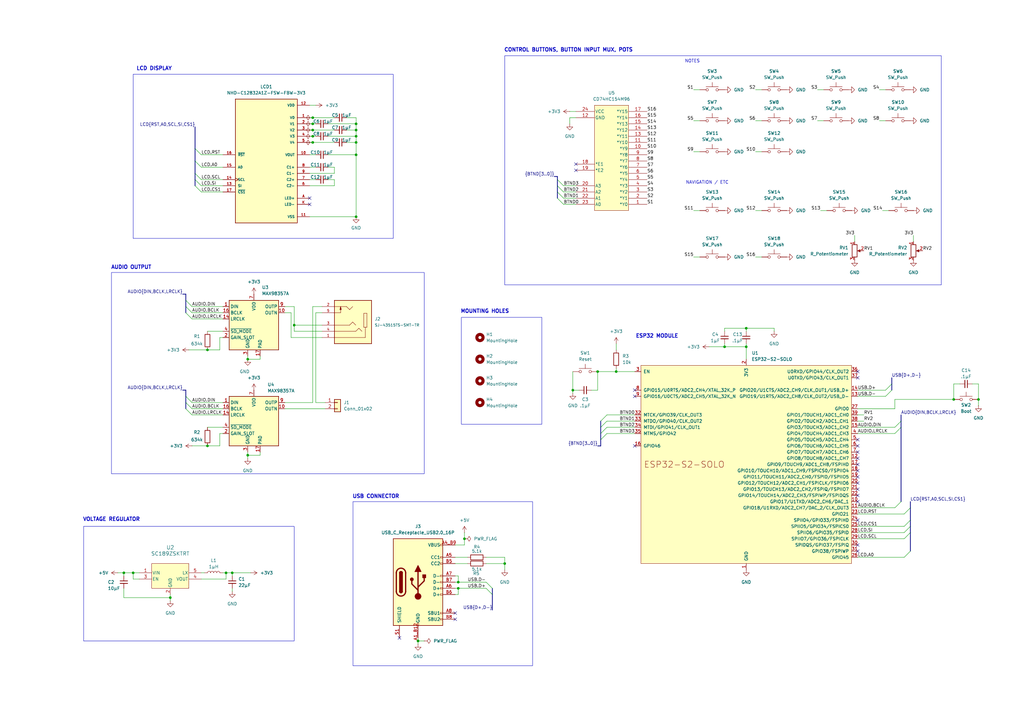
<source format=kicad_sch>
(kicad_sch (version 20231120) (generator "eeschema") (generator_version "8.0")
  (paper "A3")
  (junction (at 207.01 231.14))
  (junction (at 146.05 63.5))
  (junction (at 245.11 152.4))
  (junction (at 146.05 55.88))
  (junction (at 190.5 220.98))
  (junction (at 128.27 50.8))
  (junction (at 252.73 152.4))
  (junction (at 54.61 234.95))
  (junction (at 234.95 160.02))
  (junction (at 187.96 241.3))
  (junction (at 297.18 142.24))
  (junction (at 101.6 186.69))
  (junction (at 128.27 55.88))
  (junction (at 85.09 182.88))
  (junction (at 187.96 238.76))
  (junction (at 50.8 234.95))
  (junction (at 146.05 88.9))
  (junction (at 171.45 262.89))
  (junction (at 391.16 163.83))
  (junction (at 69.85 245.11))
  (junction (at 85.09 143.51))
  (junction (at 306.07 134.62))
  (junction (at 401.32 163.83))
  (junction (at 306.07 142.24))
  (junction (at 128.27 48.26))
  (junction (at 146.05 50.8))
  (junction (at 120.65 133.35))
  (junction (at 146.05 53.34))
  (junction (at 146.05 58.42))
  (junction (at 95.25 234.95))
  (junction (at 101.6 147.32))
  (junction (at 128.27 53.34))
  (junction (at 128.27 58.42))
  (junction (at 92.71 234.95))
  (no_connect (at 127 81.28))
  (no_connect (at 236.22 69.85))
  (no_connect (at 351.79 200.66))
  (no_connect (at 260.35 182.88))
  (no_connect (at 186.69 254))
  (no_connect (at 351.79 187.96))
  (no_connect (at 351.79 190.5))
  (no_connect (at 260.35 162.56))
  (no_connect (at 351.79 223.52))
  (no_connect (at 127 83.82))
  (no_connect (at 163.83 261.62))
  (no_connect (at 351.79 193.04))
  (no_connect (at 351.79 205.74))
  (no_connect (at 351.79 185.42))
  (no_connect (at 351.79 203.2))
  (no_connect (at 351.79 180.34))
  (no_connect (at 351.79 182.88))
  (no_connect (at 351.79 154.94))
  (no_connect (at 236.22 67.31))
  (no_connect (at 351.79 226.06))
  (no_connect (at 186.69 251.46))
  (no_connect (at 351.79 198.12))
  (no_connect (at 351.79 152.4))
  (no_connect (at 351.79 213.36))
  (no_connect (at 260.35 160.02))
  (no_connect (at 351.79 195.58))
  (bus_entry (at 228.6 78.74) (size 2.54 2.54))
  (bus_entry (at 82.55 76.2) (size -2.54 -2.54))
  (bus_entry (at 82.55 78.74) (size -2.54 -2.54))
  (bus_entry (at 76.2 123.19) (size 2.54 2.54))
  (bus_entry (at 365.76 157.48) (size -2.54 2.54))
  (bus_entry (at 199.39 238.76) (size 2.54 2.54))
  (bus_entry (at 370.84 215.9) (size 2.54 -2.54))
  (bus_entry (at 76.2 167.64) (size 2.54 2.54))
  (bus_entry (at 228.6 73.66) (size 2.54 2.54))
  (bus_entry (at 367.03 208.28) (size 2.54 -2.54))
  (bus_entry (at 370.84 218.44) (size 2.54 -2.54))
  (bus_entry (at 373.38 218.44) (size -2.54 2.54))
  (bus_entry (at 80.01 66.04) (size 2.54 2.54))
  (bus_entry (at 82.55 63.5) (size -2.54 -2.54))
  (bus_entry (at 246.38 180.34) (size 2.54 -2.54))
  (bus_entry (at 199.39 241.3) (size 2.54 2.54))
  (bus_entry (at 370.84 210.82) (size 2.54 -2.54))
  (bus_entry (at 76.2 165.1) (size 2.54 2.54))
  (bus_entry (at 367.03 175.26) (size 2.54 -2.54))
  (bus_entry (at 228.6 76.2) (size 2.54 2.54))
  (bus_entry (at 246.38 177.8) (size 2.54 -2.54))
  (bus_entry (at 76.2 128.27) (size 2.54 2.54))
  (bus_entry (at 365.76 160.02) (size -2.54 2.54))
  (bus_entry (at 246.38 172.72) (size 2.54 -2.54))
  (bus_entry (at 76.2 125.73) (size 2.54 2.54))
  (bus_entry (at 76.2 162.56) (size 2.54 2.54))
  (bus_entry (at 82.55 73.66) (size -2.54 -2.54))
  (bus_entry (at 370.84 228.6) (size 2.54 -2.54))
  (bus_entry (at 367.03 177.8) (size 2.54 -2.54))
  (bus_entry (at 246.38 175.26) (size 2.54 -2.54))
  (bus_entry (at 228.6 81.28) (size 2.54 2.54))
  (wire (pts (xy 231.14 78.74) (xy 236.22 78.74)))
  (wire (pts (xy 57.15 237.49) (xy 54.61 237.49)))
  (wire (pts (xy 350.52 96.52) (xy 350.52 99.06)))
  (bus (pts (xy 373.38 208.28) (xy 373.38 213.36)))
  (wire (pts (xy 231.14 76.2) (xy 236.22 76.2)))
  (wire (pts (xy 233.68 45.72) (xy 236.22 45.72)))
  (wire (pts (xy 354.33 170.18) (xy 351.79 170.18)))
  (wire (pts (xy 106.68 185.42) (xy 106.68 186.69)))
  (wire (pts (xy 231.14 83.82) (xy 236.22 83.82)))
  (bus (pts (xy 76.2 120.65) (xy 76.2 123.19)))
  (wire (pts (xy 146.05 50.8) (xy 146.05 53.34)))
  (bus (pts (xy 246.38 182.88) (xy 246.38 180.34)))
  (wire (pts (xy 398.78 157.48) (xy 401.32 157.48)))
  (wire (pts (xy 127 73.66) (xy 129.54 73.66)))
  (wire (pts (xy 82.55 234.95) (xy 83.82 234.95)))
  (wire (pts (xy 351.79 160.02) (xy 363.22 160.02)))
  (wire (pts (xy 127 55.88) (xy 128.27 55.88)))
  (wire (pts (xy 351.79 228.6) (xy 370.84 228.6)))
  (wire (pts (xy 120.65 135.89) (xy 120.65 133.35)))
  (wire (pts (xy 187.96 241.3) (xy 199.39 241.3)))
  (wire (pts (xy 106.68 147.32) (xy 101.6 147.32)))
  (bus (pts (xy 369.57 175.26) (xy 369.57 205.74)))
  (wire (pts (xy 120.65 135.89) (xy 132.08 135.89)))
  (wire (pts (xy 119.38 138.43) (xy 132.08 138.43)))
  (wire (pts (xy 309.88 105.41) (xy 312.42 105.41)))
  (wire (pts (xy 309.88 62.23) (xy 312.42 62.23)))
  (wire (pts (xy 128.27 53.34) (xy 137.16 53.34)))
  (bus (pts (xy 228.6 78.74) (xy 228.6 81.28)))
  (bus (pts (xy 76.2 162.56) (xy 76.2 165.1)))
  (wire (pts (xy 92.71 234.95) (xy 95.25 234.95)))
  (wire (pts (xy 127 76.2) (xy 137.16 76.2)))
  (wire (pts (xy 92.71 234.95) (xy 91.44 234.95)))
  (wire (pts (xy 82.55 68.58) (xy 91.44 68.58)))
  (wire (pts (xy 393.7 157.48) (xy 391.16 157.48)))
  (wire (pts (xy 146.05 55.88) (xy 146.05 58.42)))
  (wire (pts (xy 351.79 215.9) (xy 370.84 215.9)))
  (wire (pts (xy 142.24 58.42) (xy 146.05 58.42)))
  (wire (pts (xy 90.17 138.43) (xy 91.44 138.43)))
  (wire (pts (xy 50.8 241.3) (xy 50.8 245.11)))
  (wire (pts (xy 187.96 238.76) (xy 199.39 238.76)))
  (wire (pts (xy 120.65 133.35) (xy 132.08 133.35)))
  (wire (pts (xy 106.68 146.05) (xy 106.68 147.32)))
  (wire (pts (xy 351.79 177.8) (xy 367.03 177.8)))
  (bus (pts (xy 76.2 125.73) (xy 76.2 128.27)))
  (wire (pts (xy 134.62 63.5) (xy 146.05 63.5)))
  (wire (pts (xy 127 63.5) (xy 129.54 63.5)))
  (wire (pts (xy 252.73 152.4) (xy 260.35 152.4)))
  (wire (pts (xy 233.68 48.26) (xy 236.22 48.26)))
  (wire (pts (xy 252.73 140.97) (xy 252.73 143.51)))
  (wire (pts (xy 207.01 228.6) (xy 207.01 231.14)))
  (wire (pts (xy 95.25 241.3) (xy 95.25 242.57)))
  (wire (pts (xy 82.55 63.5) (xy 91.44 63.5)))
  (wire (pts (xy 116.84 125.73) (xy 120.65 125.73)))
  (wire (pts (xy 351.79 218.44) (xy 370.84 218.44)))
  (wire (pts (xy 128.27 58.42) (xy 137.16 58.42)))
  (wire (pts (xy 248.92 170.18) (xy 260.35 170.18)))
  (wire (pts (xy 128.27 48.26) (xy 137.16 48.26)))
  (wire (pts (xy 374.65 96.52) (xy 374.65 99.06)))
  (wire (pts (xy 78.74 170.18) (xy 91.44 170.18)))
  (wire (pts (xy 284.48 105.41) (xy 287.02 105.41)))
  (wire (pts (xy 367.03 167.64) (xy 367.03 163.83)))
  (wire (pts (xy 284.48 36.83) (xy 287.02 36.83)))
  (wire (pts (xy 242.57 160.02) (xy 245.11 160.02)))
  (wire (pts (xy 297.18 134.62) (xy 306.07 134.62)))
  (wire (pts (xy 95.25 236.22) (xy 95.25 234.95)))
  (wire (pts (xy 186.69 236.22) (xy 187.96 236.22)))
  (wire (pts (xy 85.09 143.51) (xy 90.17 143.51)))
  (wire (pts (xy 101.6 185.42) (xy 101.6 186.69)))
  (wire (pts (xy 95.25 234.95) (xy 102.87 234.95)))
  (wire (pts (xy 85.09 182.88) (xy 90.17 182.88)))
  (wire (pts (xy 82.55 237.49) (xy 92.71 237.49)))
  (wire (pts (xy 186.69 223.52) (xy 190.5 223.52)))
  (wire (pts (xy 233.68 50.8) (xy 233.68 48.26)))
  (wire (pts (xy 335.28 36.83) (xy 337.82 36.83)))
  (wire (pts (xy 237.49 160.02) (xy 234.95 160.02)))
  (bus (pts (xy 246.38 175.26) (xy 246.38 172.72)))
  (wire (pts (xy 248.92 172.72) (xy 260.35 172.72)))
  (wire (pts (xy 69.85 245.11) (xy 69.85 246.38)))
  (wire (pts (xy 284.48 49.53) (xy 287.02 49.53)))
  (wire (pts (xy 186.69 243.84) (xy 187.96 243.84)))
  (wire (pts (xy 82.55 78.74) (xy 91.44 78.74)))
  (wire (pts (xy 171.45 262.89) (xy 173.99 262.89)))
  (wire (pts (xy 128.27 165.1) (xy 128.27 125.73)))
  (wire (pts (xy 360.68 36.83) (xy 363.22 36.83)))
  (wire (pts (xy 354.33 172.72) (xy 351.79 172.72)))
  (wire (pts (xy 306.07 134.62) (xy 306.07 135.89)))
  (bus (pts (xy 76.2 165.1) (xy 76.2 167.64)))
  (wire (pts (xy 190.5 223.52) (xy 190.5 220.98)))
  (wire (pts (xy 234.95 152.4) (xy 234.95 160.02)))
  (wire (pts (xy 101.6 186.69) (xy 101.6 187.96)))
  (wire (pts (xy 351.79 162.56) (xy 363.22 162.56)))
  (wire (pts (xy 361.95 86.36) (xy 364.49 86.36)))
  (wire (pts (xy 132.08 128.27) (xy 129.54 128.27)))
  (wire (pts (xy 127 50.8) (xy 128.27 50.8)))
  (wire (pts (xy 284.48 62.23) (xy 287.02 62.23)))
  (wire (pts (xy 137.16 73.66) (xy 134.62 73.66)))
  (wire (pts (xy 127 48.26) (xy 128.27 48.26)))
  (bus (pts (xy 80.01 66.04) (xy 80.01 71.12)))
  (wire (pts (xy 134.62 50.8) (xy 146.05 50.8)))
  (bus (pts (xy 228.6 73.66) (xy 228.6 76.2)))
  (wire (pts (xy 129.54 128.27) (xy 129.54 165.1)))
  (wire (pts (xy 106.68 186.69) (xy 101.6 186.69)))
  (wire (pts (xy 146.05 58.42) (xy 146.05 63.5)))
  (wire (pts (xy 54.61 234.95) (xy 57.15 234.95)))
  (wire (pts (xy 82.55 76.2) (xy 91.44 76.2)))
  (bus (pts (xy 373.38 205.74) (xy 373.38 208.28)))
  (wire (pts (xy 146.05 48.26) (xy 146.05 50.8)))
  (bus (pts (xy 74.93 120.65) (xy 76.2 120.65)))
  (wire (pts (xy 127 58.42) (xy 128.27 58.42)))
  (wire (pts (xy 142.24 48.26) (xy 146.05 48.26)))
  (bus (pts (xy 369.57 170.18) (xy 369.57 172.72)))
  (wire (pts (xy 234.95 160.02) (xy 234.95 161.29)))
  (bus (pts (xy 365.76 157.48) (xy 365.76 160.02)))
  (wire (pts (xy 360.68 49.53) (xy 363.22 49.53)))
  (wire (pts (xy 171.45 262.89) (xy 171.45 264.16)))
  (wire (pts (xy 297.18 140.97) (xy 297.18 142.24)))
  (wire (pts (xy 186.69 241.3) (xy 187.96 241.3)))
  (wire (pts (xy 351.79 208.28) (xy 367.03 208.28)))
  (wire (pts (xy 245.11 152.4) (xy 252.73 152.4)))
  (wire (pts (xy 171.45 261.62) (xy 171.45 262.89)))
  (wire (pts (xy 284.48 86.36) (xy 287.02 86.36)))
  (bus (pts (xy 246.38 180.34) (xy 246.38 177.8)))
  (wire (pts (xy 85.09 175.26) (xy 91.44 175.26)))
  (wire (pts (xy 78.74 125.73) (xy 91.44 125.73)))
  (wire (pts (xy 351.79 175.26) (xy 367.03 175.26)))
  (wire (pts (xy 50.8 234.95) (xy 54.61 234.95)))
  (bus (pts (xy 245.11 182.88) (xy 246.38 182.88)))
  (wire (pts (xy 309.88 36.83) (xy 312.42 36.83)))
  (wire (pts (xy 128.27 125.73) (xy 132.08 125.73)))
  (wire (pts (xy 351.79 167.64) (xy 367.03 167.64)))
  (wire (pts (xy 186.69 231.14) (xy 191.77 231.14)))
  (wire (pts (xy 187.96 236.22) (xy 187.96 238.76)))
  (bus (pts (xy 228.6 76.2) (xy 228.6 78.74)))
  (wire (pts (xy 50.8 236.22) (xy 50.8 234.95)))
  (wire (pts (xy 309.88 49.53) (xy 312.42 49.53)))
  (wire (pts (xy 142.24 53.34) (xy 146.05 53.34)))
  (wire (pts (xy 231.14 81.28) (xy 236.22 81.28)))
  (bus (pts (xy 246.38 177.8) (xy 246.38 175.26)))
  (wire (pts (xy 401.32 163.83) (xy 401.32 166.37)))
  (wire (pts (xy 129.54 165.1) (xy 133.35 165.1)))
  (wire (pts (xy 146.05 63.5) (xy 146.05 88.9)))
  (wire (pts (xy 54.61 234.95) (xy 54.61 237.49)))
  (wire (pts (xy 127 43.18) (xy 129.54 43.18)))
  (wire (pts (xy 101.6 147.32) (xy 101.6 146.05)))
  (wire (pts (xy 128.27 50.8) (xy 129.54 50.8)))
  (wire (pts (xy 134.62 55.88) (xy 146.05 55.88)))
  (bus (pts (xy 373.38 215.9) (xy 373.38 213.36)))
  (wire (pts (xy 297.18 142.24) (xy 306.07 142.24)))
  (bus (pts (xy 80.01 71.12) (xy 80.01 73.66)))
  (wire (pts (xy 116.84 165.1) (xy 128.27 165.1)))
  (bus (pts (xy 373.38 218.44) (xy 373.38 226.06)))
  (wire (pts (xy 50.8 245.11) (xy 69.85 245.11)))
  (wire (pts (xy 248.92 177.8) (xy 260.35 177.8)))
  (wire (pts (xy 146.05 53.34) (xy 146.05 55.88)))
  (wire (pts (xy 186.69 238.76) (xy 187.96 238.76)))
  (wire (pts (xy 119.38 128.27) (xy 119.38 138.43)))
  (bus (pts (xy 228.6 72.39) (xy 228.6 73.66)))
  (wire (pts (xy 120.65 125.73) (xy 120.65 133.35)))
  (wire (pts (xy 127 71.12) (xy 137.16 71.12)))
  (wire (pts (xy 92.71 234.95) (xy 92.71 237.49)))
  (wire (pts (xy 297.18 134.62) (xy 297.18 135.89)))
  (wire (pts (xy 306.07 134.62) (xy 317.5 134.62)))
  (wire (pts (xy 351.79 220.98) (xy 370.84 220.98)))
  (bus (pts (xy 80.01 73.66) (xy 80.01 76.2)))
  (wire (pts (xy 78.74 165.1) (xy 91.44 165.1)))
  (wire (pts (xy 82.55 73.66) (xy 91.44 73.66)))
  (bus (pts (xy 201.93 241.3) (xy 201.93 243.84)))
  (wire (pts (xy 317.5 134.62) (xy 317.5 135.89)))
  (wire (pts (xy 186.69 228.6) (xy 191.77 228.6)))
  (wire (pts (xy 85.09 182.88) (xy 78.74 182.88)))
  (wire (pts (xy 90.17 177.8) (xy 91.44 177.8)))
  (wire (pts (xy 116.84 167.64) (xy 133.35 167.64)))
  (wire (pts (xy 187.96 243.84) (xy 187.96 241.3)))
  (wire (pts (xy 190.5 220.98) (xy 190.5 218.44)))
  (wire (pts (xy 290.83 142.24) (xy 297.18 142.24)))
  (wire (pts (xy 69.85 243.84) (xy 69.85 245.11)))
  (bus (pts (xy 80.01 52.07) (xy 80.01 60.96)))
  (wire (pts (xy 306.07 140.97) (xy 306.07 142.24)))
  (wire (pts (xy 48.26 234.95) (xy 50.8 234.95)))
  (wire (pts (xy 306.07 142.24) (xy 306.07 147.32)))
  (wire (pts (xy 78.74 167.64) (xy 91.44 167.64)))
  (bus (pts (xy 76.2 160.02) (xy 76.2 162.56)))
  (wire (pts (xy 137.16 71.12) (xy 137.16 68.58)))
  (wire (pts (xy 116.84 128.27) (xy 119.38 128.27)))
  (wire (pts (xy 78.74 130.81) (xy 91.44 130.81)))
  (wire (pts (xy 127 68.58) (xy 129.54 68.58)))
  (wire (pts (xy 137.16 68.58) (xy 134.62 68.58)))
  (wire (pts (xy 199.39 231.14) (xy 207.01 231.14)))
  (wire (pts (xy 309.88 86.36) (xy 312.42 86.36)))
  (bus (pts (xy 80.01 60.96) (xy 80.01 66.04)))
  (bus (pts (xy 201.93 243.84) (xy 201.93 250.19)))
  (wire (pts (xy 77.47 143.51) (xy 85.09 143.51)))
  (bus (pts (xy 76.2 123.19) (xy 76.2 125.73)))
  (wire (pts (xy 252.73 151.13) (xy 252.73 152.4)))
  (wire (pts (xy 335.28 49.53) (xy 337.82 49.53)))
  (wire (pts (xy 367.03 163.83) (xy 391.16 163.83)))
  (wire (pts (xy 90.17 143.51) (xy 90.17 138.43)))
  (wire (pts (xy 128.27 55.88) (xy 129.54 55.88)))
  (bus (pts (xy 369.57 172.72) (xy 369.57 175.26)))
  (bus (pts (xy 365.76 154.94) (xy 365.76 157.48)))
  (bus (pts (xy 74.93 160.02) (xy 76.2 160.02)))
  (wire (pts (xy 248.92 175.26) (xy 260.35 175.26)))
  (wire (pts (xy 245.11 160.02) (xy 245.11 152.4)))
  (bus (pts (xy 373.38 218.44) (xy 373.38 215.9)))
  (wire (pts (xy 85.09 135.89) (xy 91.44 135.89)))
  (wire (pts (xy 78.74 128.27) (xy 91.44 128.27)))
  (wire (pts (xy 207.01 231.14) (xy 207.01 233.68)))
  (wire (pts (xy 336.55 86.36) (xy 339.09 86.36)))
  (wire (pts (xy 199.39 228.6) (xy 207.01 228.6)))
  (wire (pts (xy 90.17 177.8) (xy 90.17 182.88)))
  (wire (pts (xy 401.32 157.48) (xy 401.32 163.83)))
  (wire (pts (xy 127 53.34) (xy 128.27 53.34)))
  (wire (pts (xy 391.16 157.48) (xy 391.16 163.83)))
  (wire (pts (xy 351.79 210.82) (xy 370.84 210.82)))
  (bus (pts (xy 227.33 72.39) (xy 228.6 72.39)))
  (wire (pts (xy 137.16 76.2) (xy 137.16 73.66)))
  (wire (pts (xy 146.05 88.9) (xy 127 88.9)))
  (rectangle (start 144.78 205.74) (end 218.44 273.05))
  (rectangle (start 189.23 130.175) (end 222.25 173.99))
  (rectangle (start 34.29 215.9) (end 120.65 262.89))
  (rectangle (start 45.72 111.76) (end 173.99 194.31))
  (rectangle (start 207.01 22.86) (end 386.08 116.84))
  (rectangle (start 54.61 30.48) (end 161.29 97.79))
  (text "VOLTAGE REGULATOR" (at 45.72 213.106 0) (effects (font (size 1.5 1.5) (thickness 0.3) (bold yes))))
  (text "CONTROL BUTTONS, BUTTON INPUT MUX, POTS" (at 233.172 20.574 0) (effects (font (size 1.5 1.5) (bold yes))))
  (text "AUDIO OUTPUT" (at 53.848 109.728 0) (effects (font (size 1.5 1.5) (thickness 0.3) (bold yes))))
  (text "MOUNTING HOLES" (at 198.882 127.762 0) (effects (font (size 1.5 1.5) (thickness 0.3) (bold yes))))
  (text "USB CONNECTOR" (at 154.178 203.708 0) (effects (font (size 1.5 1.5) (thickness 0.3) (bold yes))))
  (text "NOTES" (at 283.972 25.146 0) (effects (font (size 1.27 1.27))))
  (text "ESP32 MODULE" (at 269.494 137.922 0) (effects (font (size 1.5 1.5) (thickness 0.3) (bold yes))))
  (text "NAVIGATION / ETC" (at 290.068 74.93 0) (effects (font (size 1.27 1.27))))
  (text "LCD DISPLAY" (at 63.246 28.194 0) (effects (font (size 1.5 1.5) (bold yes))))
  (label "S4" (at 265.43 76.2 0))
  (label "USB.D-" (at 191.77 238.76 0))
  (label "S5" (at 265.43 73.66 0))
  (label "BTND1" (at 260.35 172.72 180))
  (label "S1" (at 265.43 83.82 0))
  (label "BTND3" (at 231.14 76.2 0))
  (label "S8" (at 265.43 66.04 0))
  (label "S6" (at 309.88 49.53 180))
  (label "S2" (at 265.43 81.28 0))
  (label "S3" (at 265.43 78.74 0))
  (label "RV2" (at 378.46 102.87 0))
  (label "AUDIO.BCLK" (at 78.74 167.64 0))
  (label "RV2" (at 354.33 172.72 0))
  (label "LCD.RST" (at 351.79 210.82 0))
  (label "S4" (at 360.68 36.83 180))
  (label "S12" (at 309.88 86.36 180))
  (label "S9" (at 284.48 62.23 180))
  (label "S1" (at 284.48 36.83 180))
  (label "S3" (at 335.28 36.83 180))
  (label "LCD.A0" (at 82.55 68.58 0))
  (label "USB{D+,D-}" (at 365.76 154.94 0))
  (label "USB.D-" (at 351.79 162.56 0))
  (label "LCD.SCL" (at 351.79 220.98 0))
  (label "LCD.CS1" (at 351.79 215.9 0))
  (label "BTND2" (at 260.35 175.26 180))
  (label "AUDIO.DIN" (at 78.74 125.73 0))
  (label "S11" (at 265.43 58.42 0))
  (label "S8" (at 360.68 49.53 180))
  (label "LCD.CS1" (at 82.55 78.74 0))
  (label "{BTND[3..0]}" (at 227.33 72.39 180))
  (label "S16" (at 309.88 105.41 180))
  (label "S13" (at 265.43 53.34 0))
  (label "AUDIO.BCLK" (at 351.79 208.28 0))
  (label "AUDIO.LRCLK" (at 351.79 177.8 0))
  (label "LCD.A0" (at 351.79 228.6 0))
  (label "LCD.RST" (at 82.55 63.5 0))
  (label "{BTND[3..0]}" (at 245.11 182.88 180))
  (label "LCD.SI" (at 82.55 76.2 0))
  (label "USB{D+,D-}" (at 201.93 250.19 180))
  (label "S13" (at 336.55 86.36 180))
  (label "S14" (at 361.95 86.36 180))
  (label "S15" (at 265.43 48.26 0))
  (label "USB.D+" (at 351.79 160.02 0))
  (label "AUDIO.LRCLK" (at 78.74 130.81 0))
  (label "RV1" (at 354.33 102.87 0))
  (label "S5" (at 284.48 49.53 180))
  (label "S9" (at 265.43 63.5 0))
  (label "LCD.SCL" (at 82.55 73.66 0))
  (label "AUDIO.DIN" (at 351.79 175.26 0))
  (label "BTND1" (at 231.14 81.28 0))
  (label "3V3" (at 350.52 96.52 180))
  (label "AUDIO.DIN" (at 78.74 165.1 0))
  (label "AUDIO{DIN,BCLK,LRCLK}" (at 74.93 160.02 180))
  (label "BTND2" (at 231.14 78.74 0))
  (label "USB.D+" (at 191.77 241.3 0))
  (label "S10" (at 265.43 60.96 0))
  (label "S7" (at 335.28 49.53 180))
  (label "S16" (at 265.43 45.72 0))
  (label "S10" (at 309.88 62.23 180))
  (label "RV1" (at 354.33 170.18 0))
  (label "AUDIO{DIN,BCLK,LRCLK}" (at 369.57 170.18 0))
  (label "AUDIO.LRCLK" (at 78.74 170.18 0))
  (label "S2" (at 309.88 36.83 180))
  (label "BTND0" (at 260.35 170.18 180))
  (label "S6" (at 265.43 71.12 0))
  (label "BTND3" (at 260.35 177.8 180))
  (label "LCD.SI" (at 351.79 218.44 0))
  (label "S15" (at 284.48 105.41 180))
  (label "LCD{RST,A0,SCL,SI,CS1}" (at 80.01 52.07 180))
  (label "BTND0" (at 231.14 83.82 0))
  (label "S11" (at 284.48 86.36 180))
  (label "AUDIO.BCLK" (at 78.74 128.27 0))
  (label "S7" (at 265.43 68.58 0))
  (label "3V3" (at 374.65 96.52 180))
  (label "LCD{RST,A0,SCL,SI,CS1}" (at 373.38 205.74 0))
  (label "S14" (at 265.43 50.8 0))
  (label "AUDIO{DIN,BCLK,LRCLK}" (at 74.93 120.65 180))
  (label "S12" (at 265.43 55.88 0))
  (symbol (lib_id "power:GND") (at 401.32 166.37 0) (unit 1)
    (property "Reference" "#PWR042" (effects (hide yes)))
    (property "Value" "GND" (at 401.32 171.45 0))
    (property "Description" "Power symbol creates a global label with name \"GND\" , ground" (effects (hide yes)))
  )
  (symbol (lib_id "power:GND") (at 171.45 264.16 0) (unit 1)
    (property "Reference" "#PWR018" (effects (hide yes)))
    (property "Value" "GND" (at 171.45 269.24 0))
    (property "Description" "Power symbol creates a global label with name \"GND\" , ground" (effects (hide yes)))
  )
  (symbol (lib_id "Switch:SW_Push") (at 369.57 86.36 0) (unit 1)
    (property "Reference" "SW16" (at 369.57 78.74 0))
    (property "Value" "SW_Push" (at 369.57 81.28 0))
    (property "Footprint" "Button_Switch_THT:SW_PUSH_6mm_H5mm" (effects (hide yes)))
    (property "Description" "Push button switch, generic, two pins" (effects (hide yes)))
  )
  (symbol (lib_id "Switch:SW_Push") (at 344.17 86.36 0) (unit 1)
    (property "Reference" "SW15" (at 344.17 78.74 0))
    (property "Value" "SW_Push" (at 344.17 81.28 0))
    (property "Footprint" "Button_Switch_THT:SW_PUSH_6mm_H5mm" (effects (hide yes)))
    (property "Description" "Push button switch, generic, two pins" (effects (hide yes)))
  )
  (symbol (lib_id "Mechanical:MountingHole") (at 196.85 147.32 0) (unit 1) (exclude_from_sim yes) (in_bom no)
    (property "Reference" "H2" (at 199.39 146.0499 0) (effects (justify left)))
    (property "Value" "MountingHole" (at 199.39 148.5899 0) (effects (justify left)))
    (property "Footprint" "MountingHole:MountingHole_2.2mm_M2" (effects (hide yes)))
    (property "Description" "Mounting Hole without connection" (effects (hide yes)))
  )
  (symbol (lib_id "Device:C_Small") (at 132.08 55.88 270) (unit 1)
    (property "Reference" "C8" (at 129.794 54.864 90))
    (property "Value" "1µF" (at 134.62 54.864 90))
    (property "Footprint" "Capacitor_SMD:C_0603_1608Metric" (effects (hide yes)))
    (property "Description" "Unpolarized capacitor, small symbol" (effects (hide yes)))
  )
  (symbol (lib_id "Switch:SW_Push") (at 317.5 36.83 0) (unit 1)
    (property "Reference" "SW4" (at 317.5 29.21 0))
    (property "Value" "SW_Push" (at 317.5 31.75 0))
    (property "Footprint" "Button_Switch_THT:SW_PUSH_6mm_H5mm" (effects (hide yes)))
    (property "Description" "Push button switch, generic, two pins" (effects (hide yes)))
  )
  (symbol (lib_id "Switch:SW_Push") (at 368.3 36.83 0) (unit 1)
    (property "Reference" "SW6" (at 368.3 29.21 0))
    (property "Value" "SW_Push" (at 368.3 31.75 0))
    (property "Footprint" "Button_Switch_THT:SW_PUSH_6mm_H5mm" (effects (hide yes)))
    (property "Description" "Push button switch, generic, two pins" (effects (hide yes)))
  )
  (symbol (lib_id "Switch:SW_Push") (at 292.1 105.41 0) (unit 1)
    (property "Reference" "SW17" (at 292.1 97.79 0))
    (property "Value" "SW_Push" (at 292.1 100.33 0))
    (property "Footprint" "Button_Switch_THT:SW_PUSH_6mm_H5mm" (effects (hide yes)))
    (property "Description" "Push button switch, generic, two pins" (effects (hide yes)))
  )
  (symbol (lib_id "Device:C_Small") (at 297.18 138.43 0) (unit 1)
    (property "Reference" "C4" (at 293.37 137.16 0))
    (property "Value" "1µF" (at 293.37 139.7 0))
    (property "Footprint" "Capacitor_SMD:C_0603_1608Metric_Pad1.08x0.95mm_HandSolder" (effects (hide yes)))
    (property "Description" "Unpolarized capacitor, small symbol" (effects (hide yes)))
  )
  (symbol (lib_id "power:GND") (at 101.6 147.32 0) (unit 1)
    (property "Reference" "#PWR025" (effects (hide yes)))
    (property "Value" "GND" (at 100.33 152.4 0))
    (property "Description" "Power symbol creates a global label with name \"GND\" , ground" (effects (hide yes)))
  )
  (symbol (lib_id "Mechanical:MountingHole") (at 196.85 156.21 0) (unit 1) (exclude_from_sim yes) (in_bom no)
    (property "Reference" "H3" (at 199.39 154.9399 0) (effects (justify left)))
    (property "Value" "MountingHole" (at 199.39 157.4799 0) (effects (justify left)))
    (property "Footprint" "MountingHole:MountingHole_2.2mm_M2" (effects (hide yes)))
    (property "Description" "Mounting Hole without connection" (effects (hide yes)))
  )
  (symbol (lib_id "power:GND") (at 306.07 233.68 0) (unit 1)
    (property "Reference" "#PWR039" (effects (hide yes)))
    (property "Value" "GND" (at 306.07 238.76 0))
    (property "Description" "Power symbol creates a global label with name \"GND\" , ground" (effects (hide yes)))
  )
  (symbol (lib_id "power:+3V3") (at 252.73 140.97 0) (unit 1)
    (property "Reference" "#PWR028" (effects (hide yes)))
    (property "Value" "+3V3" (at 252.73 135.89 0))
    (property "Description" "Power symbol creates a global label with name \"+3V3\"" (effects (hide yes)))
  )
  (symbol (lib_id "Switch:SW_Push") (at 317.5 105.41 0) (unit 1)
    (property "Reference" "SW18" (at 317.5 97.79 0))
    (property "Value" "SW_Push" (at 317.5 100.33 0))
    (property "Footprint" "Button_Switch_THT:SW_PUSH_6mm_H5mm" (effects (hide yes)))
    (property "Description" "Push button switch, generic, two pins" (effects (hide yes)))
  )
  (symbol (lib_id "Device:R_Potentiometer") (at 374.65 102.87 0) (unit 1)
    (property "Reference" "RV2" (at 372.11 101.5999 0) (effects (justify right)))
    (property "Value" "R_Potentiometer" (at 372.11 104.1399 0) (effects (justify right)))
    (property "Footprint" "POT_PRS11R-415F-S103B1:POT_PRS11R-4-S_BRN" (effects (hide yes)))
    (property "Description" "Potentiometer" (effects (hide yes)))
  )
  (symbol (lib_id "Audio:MAX98357A") (at 104.14 133.35 0) (unit 1)
    (property "Reference" "U3" (at 107.442 117.856 0) (effects (justify left)))
    (property "Value" "MAX98357A" (at 107.442 120.396 0) (effects (justify left)))
    (property "Footprint" "Package_DFN_QFN:TQFN-16-1EP_3x3mm_P0.5mm_EP1.23x1.23mm" (effects (hide yes)))
    (property "Datasheet" "https://www.analog.com/media/en/technical-documentation/data-sheets/MAX98357A-MAX98357B.pdf" (effects (hide yes)))
    (property "Description" "Mono DAC with amplifier, I2S, PCM, TDM, 32-bit, 96khz, 3.2W, TQFP-16" (effects (hide yes)))
  )
  (symbol (lib_id "Switch:SW_Push") (at 342.9 36.83 0) (unit 1)
    (property "Reference" "SW5" (at 342.9 29.21 0))
    (property "Value" "SW_Push" (at 342.9 31.75 0))
    (property "Footprint" "Button_Switch_THT:SW_PUSH_6mm_H5mm" (effects (hide yes)))
    (property "Description" "Push button switch, generic, two pins" (effects (hide yes)))
  )
  (symbol (lib_id "Mechanical:MountingHole") (at 196.85 165.1 0) (unit 1) (exclude_from_sim yes) (in_bom no)
    (property "Reference" "H4" (at 199.39 163.8299 0) (effects (justify left)))
    (property "Value" "MountingHole" (at 199.39 166.3699 0) (effects (justify left)))
    (property "Footprint" "MountingHole:MountingHole_2.2mm_M2" (effects (hide yes)))
    (property "Description" "Mounting Hole without connection" (effects (hide yes)))
  )
  (symbol (lib_id "Device:R") (at 195.58 228.6 90) (unit 1)
    (property "Reference" "R4" (at 195.58 224.282 90))
    (property "Value" "5.1k" (at 195.58 226.06 90))
    (property "Footprint" "Resistor_SMD:R_0805_2012Metric_Pad1.20x1.40mm_HandSolder" (effects (hide yes)))
    (property "Description" "Resistor" (effects (hide yes)))
  )
  (symbol (lib_id "power:GND") (at 347.98 49.53 90) (unit 1)
    (property "Reference" "#PWR07" (effects (hide yes)))
    (property "Value" "GND" (at 351.79 49.5299 90) (effects (justify right)))
    (property "Description" "Power symbol creates a global label with name \"GND\" , ground" (effects (hide yes)))
  )
  (symbol (lib_id "Device:C_Small") (at 240.03 160.02 90) (unit 1)
    (property "Reference" "C3" (at 240.03 163.83 90))
    (property "Value" ".1µF" (at 240.03 166.37 90))
    (property "Footprint" "Capacitor_SMD:C_0603_1608Metric_Pad1.08x0.95mm_HandSolder" (effects (hide yes)))
    (property "Description" "Unpolarized capacitor, small symbol" (effects (hide yes)))
  )
  (symbol (lib_id "power:+3V3") (at 129.54 43.18 270) (unit 1)
    (property "Reference" "#PWR037" (effects (hide yes)))
    (property "Value" "+3V3" (at 133.35 43.1799 90) (effects (justify left)))
    (property "Description" "Power symbol creates a global label with name \"+3V3\"" (effects (hide yes)))
  )
  (symbol (lib_id "power:+5V") (at 48.26 234.95 90) (unit 1)
    (property "Reference" "#PWR024" (effects (hide yes)))
    (property "Value" "+5V" (at 44.45 234.9499 90) (effects (justify left)))
    (property "Description" "Power symbol creates a global label with name \"+5V\"" (effects (hide yes)))
  )
  (symbol (lib_id "power:+3V3") (at 77.47 143.51 90) (unit 1)
    (property "Reference" "#PWR031" (effects (hide yes)))
    (property "Value" "+3V3" (at 73.66 143.5099 90) (effects (justify left)))
    (property "Description" "Power symbol creates a global label with name \"+3V3\"" (effects (hide yes)))
  )
  (symbol (lib_id "Switch:SW_Push") (at 317.5 49.53 0) (unit 1)
    (property "Reference" "SW8" (at 317.5 41.91 0))
    (property "Value" "SW_Push" (at 317.5 44.45 0))
    (property "Footprint" "Button_Switch_THT:SW_PUSH_6mm_H5mm" (effects (hide yes)))
    (property "Description" "Push button switch, generic, two pins" (effects (hide yes)))
  )
  (symbol (lib_id "power:+5V") (at 190.5 218.44 0) (unit 1)
    (property "Reference" "#PWR023" (effects (hide yes)))
    (property "Value" "+5V" (at 190.5 213.36 0))
    (property "Description" "Power symbol creates a global label with name \"+5V\"" (effects (hide yes)))
  )
  (symbol (lib_id "power:GND") (at 322.58 36.83 90) (unit 1)
    (property "Reference" "#PWR02" (effects (hide yes)))
    (property "Value" "GND" (at 326.39 36.8299 90) (effects (justify right)))
    (property "Description" "Power symbol creates a global label with name \"GND\" , ground" (effects (hide yes)))
  )
  (symbol (lib_id "Device:C_Small") (at 132.08 73.66 270) (unit 1)
    (property "Reference" "C12" (at 129.286 72.644 90))
    (property "Value" "1µF" (at 134.62 72.644 90))
    (property "Footprint" "Capacitor_SMD:C_0603_1608Metric" (effects (hide yes)))
    (property "Description" "Unpolarized capacitor, small symbol" (effects (hide yes)))
  )
  (symbol (lib_id "power:+3V3") (at 104.14 120.65 0) (unit 1)
    (property "Reference" "#PWR035" (effects (hide yes)))
    (property "Value" "+3V3" (at 104.14 115.57 0))
    (property "Description" "Power symbol creates a global label with name \"+3V3\"" (effects (hide yes)))
  )
  (symbol (lib_id "power:PWR_FLAG") (at 128.27 48.26 90) (unit 1)
    (property "Reference" "#FLG03" (effects (hide yes)))
    (property "Value" "PWR_FLAG" (effects (hide yes)))
    (property "Description" "Special symbol for telling ERC where power comes from" (effects (hide yes)))
  )
  (symbol (lib_id "Device:C_Small") (at 132.08 68.58 270) (unit 1)
    (property "Reference" "C11" (at 129.286 67.564 90))
    (property "Value" "1µF" (at 134.62 67.564 90))
    (property "Footprint" "Capacitor_SMD:C_0603_1608Metric" (effects (hide yes)))
    (property "Description" "Unpolarized capacitor, small symbol" (effects (hide yes)))
  )
  (symbol (lib_id "power:GND") (at 373.38 36.83 90) (unit 1)
    (property "Reference" "#PWR04" (effects (hide yes)))
    (property "Value" "GND" (at 377.19 36.8299 90) (effects (justify right)))
    (property "Description" "Power symbol creates a global label with name \"GND\" , ground" (effects (hide yes)))
  )
  (symbol (lib_id "Device:C_Small") (at 132.08 50.8 270) (unit 1)
    (property "Reference" "C6" (at 129.794 49.784 90))
    (property "Value" "1µF" (at 134.62 49.784 90))
    (property "Footprint" "Capacitor_SMD:C_0603_1608Metric" (effects (hide yes)))
    (property "Description" "Unpolarized capacitor, small symbol" (effects (hide yes)))
  )
  (symbol (lib_id "power:GND") (at 95.25 242.57 0) (unit 1)
    (property "Reference" "#PWR027" (effects (hide yes)))
    (property "Value" "GND" (at 95.25 247.65 0))
    (property "Description" "Power symbol creates a global label with name \"GND\" , ground" (effects (hide yes)))
  )
  (symbol (lib_id "Switch:SW_Push") (at 342.9 49.53 0) (unit 1)
    (property "Reference" "SW9" (at 342.9 41.91 0))
    (property "Value" "SW_Push" (at 342.9 44.45 0))
    (property "Footprint" "Button_Switch_THT:SW_PUSH_6mm_H5mm" (effects (hide yes)))
    (property "Description" "Push button switch, generic, two pins" (effects (hide yes)))
  )
  (symbol (lib_id "power:+3V3") (at 102.87 234.95 270) (unit 1)
    (property "Reference" "#PWR029" (effects (hide yes)))
    (property "Value" "+3V3" (at 106.68 234.9499 90) (effects (justify left)))
    (property "Description" "Power symbol creates a global label with name \"+3V3\"" (effects (hide yes)))
  )
  (symbol (lib_id "power:PWR_FLAG") (at 128.27 55.88 90) (unit 1)
    (property "Reference" "#FLG06" (effects (hide yes)))
    (property "Value" "PWR_FLAG" (effects (hide yes)))
    (property "Description" "Special symbol for telling ERC where power comes from" (effects (hide yes)))
  )
  (symbol (lib_id "power:GND") (at 297.18 86.36 90) (unit 1)
    (property "Reference" "#PWR011" (effects (hide yes)))
    (property "Value" "GND" (at 300.99 86.3599 90) (effects (justify right)))
    (property "Description" "Power symbol creates a global label with name \"GND\" , ground" (effects (hide yes)))
  )
  (symbol (lib_id "Device:C_Small") (at 396.24 157.48 270) (unit 1)
    (property "Reference" "C14" (at 396.24 151.892 90))
    (property "Value" ".1µF" (at 396.24 154.432 90))
    (property "Footprint" "Capacitor_SMD:C_0603_1608Metric_Pad1.08x0.95mm_HandSolder" (effects (hide yes)))
    (property "Description" "Unpolarized capacitor, small symbol" (effects (hide yes)))
  )
  (symbol (lib_id "power:+3V3") (at 290.83 142.24 90) (unit 1)
    (property "Reference" "#PWR034" (effects (hide yes)))
    (property "Value" "+3V3" (at 287.02 142.2399 90) (effects (justify left)))
    (property "Description" "Power symbol creates a global label with name \"+3V3\"" (effects (hide yes)))
  )
  (symbol (lib_id "Switch:SW_Push") (at 292.1 36.83 0) (unit 1)
    (property "Reference" "SW3" (at 292.1 29.21 0))
    (property "Value" "SW_Push" (at 292.1 31.75 0))
    (property "Footprint" "Button_Switch_THT:SW_PUSH_6mm_H5mm" (effects (hide yes)))
    (property "Description" "Push button switch, generic, two pins" (effects (hide yes)))
  )
  (symbol (lib_id "power:GND") (at 317.5 135.89 0) (unit 1)
    (property "Reference" "#PWR041" (effects (hide yes)))
    (property "Value" "GND" (at 317.5 140.97 0))
    (property "Description" "Power symbol creates a global label with name \"GND\" , ground" (effects (hide yes)))
  )
  (symbol (lib_id "Switch:SW_Push") (at 292.1 86.36 0) (unit 1)
    (property "Reference" "SW13" (at 292.1 78.74 0))
    (property "Value" "SW_Push" (at 292.1 81.28 0))
    (property "Footprint" "Button_Switch_THT:SW_PUSH_6mm_H5mm" (effects (hide yes)))
    (property "Description" "Push button switch, generic, two pins" (effects (hide yes)))
  )
  (symbol (lib_id "power:GND") (at 322.58 86.36 90) (unit 1)
    (property "Reference" "#PWR012" (effects (hide yes)))
    (property "Value" "GND" (at 326.39 86.3599 90) (effects (justify right)))
    (property "Description" "Power symbol creates a global label with name \"GND\" , ground" (effects (hide yes)))
  )
  (symbol (lib_id "power:GND") (at 349.25 86.36 90) (unit 1)
    (property "Reference" "#PWR013" (effects (hide yes)))
    (property "Value" "GND" (at 353.06 86.3599 90) (effects (justify right)))
    (property "Description" "Power symbol creates a global label with name \"GND\" , ground" (effects (hide yes)))
  )
  (symbol (lib_id "Device:C_Small") (at 139.7 48.26 270) (unit 1)
    (property "Reference" "C5" (at 137.414 47.244 90))
    (property "Value" "1µF" (at 142.24 47.244 90))
    (property "Footprint" "Capacitor_SMD:C_0603_1608Metric" (effects (hide yes)))
    (property "Description" "Unpolarized capacitor, small symbol" (effects (hide yes)))
  )
  (symbol (lib_id "power:GND") (at 297.18 105.41 90) (unit 1)
    (property "Reference" "#PWR015" (effects (hide yes)))
    (property "Value" "GND" (at 300.99 105.4099 90) (effects (justify right)))
    (property "Description" "Power symbol creates a global label with name \"GND\" , ground" (effects (hide yes)))
  )
  (symbol (lib_id "power:GND") (at 374.65 86.36 90) (unit 1)
    (property "Reference" "#PWR014" (effects (hide yes)))
    (property "Value" "GND" (at 378.46 86.3599 90) (effects (justify right)))
    (property "Description" "Power symbol creates a global label with name \"GND\" , ground" (effects (hide yes)))
  )
  (symbol (lib_id "Switch:SW_Push") (at 240.03 152.4 0) (unit 1)
    (property "Reference" "SW1" (at 240.03 144.78 0))
    (property "Value" "Reset" (at 240.03 147.32 0))
    (property "Footprint" "Button_Switch_THT:SW_PUSH_6mm_H5mm" (effects (hide yes)))
    (property "Description" "Push button switch, generic, two pins" (effects (hide yes)))
  )
  (symbol (lib_id "power:GND") (at 297.18 36.83 90) (unit 1)
    (property "Reference" "#PWR01" (effects (hide yes)))
    (property "Value" "GND" (at 300.99 36.8299 90) (effects (justify right)))
    (property "Description" "Power symbol creates a global label with name \"GND\" , ground" (effects (hide yes)))
  )
  (symbol (lib_id "power:GND") (at 322.58 49.53 90) (unit 1)
    (property "Reference" "#PWR06" (effects (hide yes)))
    (property "Value" "GND" (at 326.39 49.5299 90) (effects (justify right)))
    (property "Description" "Power symbol creates a global label with name \"GND\" , ground" (effects (hide yes)))
  )
  (symbol (lib_id "power:GND") (at 297.18 49.53 90) (unit 1)
    (property "Reference" "#PWR05" (effects (hide yes)))
    (property "Value" "GND" (at 300.99 49.5299 90) (effects (justify right)))
    (property "Description" "Power symbol creates a global label with name \"GND\" , ground" (effects (hide yes)))
  )
  (symbol (lib_id "Device:C_Small") (at 306.07 138.43 0) (unit 1)
    (property "Reference" "C13" (at 302.514 137.16 0))
    (property "Value" ".1µF" (at 302.514 139.7 0))
    (property "Footprint" "Capacitor_SMD:C_0603_1608Metric_Pad1.08x0.95mm_HandSolder" (effects (hide yes)))
    (property "Description" "Unpolarized capacitor, small symbol" (effects (hide yes)))
  )
  (symbol (lib_id "NHD-C12832A1Z-FSW-FBW-3V3:NHD-C12832A1Z-FSW-FBW-3V3") (at 109.22 66.04 0) (unit 1)
    (property "Reference" "LCD1" (at 109.22 35.56 0))
    (property "Value" "NHD-C12832A1Z-FSW-FBW-3V3" (at 109.22 38.1 0))
    (property "Footprint" "DISPLAY-NHD_C12832A1Z_FSW_FBW_3V3:LCD_NHD-C12832A1Z-FSW-FBW-3V3" (effects (hide yes)))
    (property "PARTREV" "7" (effects (hide yes)))
    (property "MANUFACTURER" "Newhaven" (effects (hide yes)))
    (property "MAXIMUM_PACKAGE_HEIGHT" "4.3 mm" (effects (hide yes)))
    (property "STANDARD" "Manufacturer Recommendations" (effects (hide yes)))
  )
  (symbol (lib_id "MUX_CD74HC154M96:CD74HC154M96") (at 251.46 67.31 180) (unit 1)
    (property "Reference" "U5" (at 250.825 38.1 0))
    (property "Value" "CD74HC154M96" (at 250.825 40.64 0))
    (property "Footprint" "MUX_CD74HC154M96:DW24" (effects (hide yes)))
    (property "Datasheet" "CD74HC154M96" (effects (hide yes)))
  )
  (symbol (lib_id "power:PWR_FLAG") (at 128.27 58.42 90) (unit 1)
    (property "Reference" "#FLG07" (effects (hide yes)))
    (property "Value" "PWR_FLAG" (effects (hide yes)))
    (property "Description" "Special symbol for telling ERC where power comes from" (effects (hide yes)))
  )
  (symbol (lib_id "power:GND") (at 234.95 161.29 0) (unit 1)
    (property "Reference" "#PWR030" (effects (hide yes)))
    (property "Value" "GND" (at 234.95 166.37 0))
    (property "Description" "Power symbol creates a global label with name \"GND\" , ground" (effects (hide yes)))
  )
  (symbol (lib_id "power:PWR_FLAG") (at 190.5 220.98 270) (unit 1)
    (property "Reference" "#FLG01" (effects (hide yes)))
    (property "Value" "PWR_FLAG" (at 194.31 220.9799 90) (effects (justify left)))
    (property "Description" "Special symbol for telling ERC where power comes from" (effects (hide yes)))
  )
  (symbol (lib_id "Audio:MAX98357A") (at 104.14 172.72 0) (unit 1)
    (property "Reference" "U4" (at 109.728 157.734 0) (effects (justify left)))
    (property "Value" "MAX98357A" (at 109.728 160.274 0) (effects (justify left)))
    (property "Footprint" "Package_DFN_QFN:TQFN-16-1EP_3x3mm_P0.5mm_EP1.23x1.23mm" (effects (hide yes)))
    (property "Datasheet" "https://www.analog.com/media/en/technical-documentation/data-sheets/MAX98357A-MAX98357B.pdf" (effects (hide yes)))
    (property "Description" "Mono DAC with amplifier, I2S, PCM, TDM, 32-bit, 96khz, 3.2W, TQFP-16" (effects (hide yes)))
  )
  (symbol (lib_id "Switch:SW_Push") (at 292.1 49.53 0) (unit 1)
    (property "Reference" "SW7" (at 292.1 41.91 0))
    (property "Value" "SW_Push" (at 292.1 44.45 0))
    (property "Footprint" "Button_Switch_THT:SW_PUSH_6mm_H5mm" (effects (hide yes)))
    (property "Description" "Push button switch, generic, two pins" (effects (hide yes)))
  )
  (symbol (lib_id "power:PWR_FLAG") (at 128.27 50.8 90) (unit 1)
    (property "Reference" "#FLG04" (effects (hide yes)))
    (property "Value" "PWR_FLAG" (effects (hide yes)))
    (property "Description" "Special symbol for telling ERC where power comes from" (effects (hide yes)))
  )
  (symbol (lib_id "Connector_Generic:Conn_01x02") (at 138.43 165.1 0) (unit 1)
    (property "Reference" "J1" (at 140.97 165.0999 0) (effects (justify left)))
    (property "Value" "Conn_01x02" (at 140.97 167.6399 0) (effects (justify left)))
    (property "Footprint" "Connector_PinHeader_2.54mm:PinHeader_1x02_P2.54mm_Vertical" (effects (hide yes)))
    (property "Description" "Generic connector, single row, 01x02, script generated (kicad-library-utils/schlib/autogen/connector/)" (effects (hide yes)))
  )
  (symbol (lib_id "power:GND") (at 322.58 62.23 90) (unit 1)
    (property "Reference" "#PWR010" (effects (hide yes)))
    (property "Value" "GND" (at 326.39 62.2299 90) (effects (justify right)))
    (property "Description" "Power symbol creates a global label with name \"GND\" , ground" (effects (hide yes)))
  )
  (symbol (lib_id "power:PWR_FLAG") (at 128.27 53.34 90) (unit 1)
    (property "Reference" "#FLG05" (effects (hide yes)))
    (property "Value" "PWR_FLAG" (effects (hide yes)))
    (property "Description" "Special symbol for telling ERC where power comes from" (effects (hide yes)))
  )
  (symbol (lib_id "Device:C_Small") (at 95.25 238.76 0) (unit 1)
    (property "Reference" "C1" (at 97.79 237.4962 0) (effects (justify left)))
    (property "Value" "22µF" (at 97.79 240.0362 0) (effects (justify left)))
    (property "Footprint" "Capacitor_SMD:C_0603_1608Metric_Pad1.08x0.95mm_HandSolder" (effects (hide yes)))
    (property "Description" "Unpolarized capacitor, small symbol" (effects (hide yes)))
  )
  (symbol (lib_id "Device:C_Small") (at 132.08 63.5 270) (unit 1)
    (property "Reference" "C10" (at 129.286 62.484 90))
    (property "Value" "1µF" (at 134.62 62.484 90))
    (property "Footprint" "Capacitor_SMD:C_0603_1608Metric" (effects (hide yes)))
    (property "Description" "Unpolarized capacitor, small symbol" (effects (hide yes)))
  )
  (symbol (lib_id "SJ-43515TS-SMT-TR:SJ-43515TS-SMT-TR") (at 144.78 133.35 180) (unit 1)
    (property "Reference" "J2" (at 153.67 130.8099 0) (effects (justify right)))
    (property "Value" "SJ-43515TS-SMT-TR" (at 153.67 133.3499 0) (effects (font (size 1.1 1.1)) (justify right)))
    (property "Footprint" "JACK-3.5mm_SJ_43515TS_SMT_TR:CUI_SJ-43515TS-SMT-TR" (effects (hide yes)))
    (property "PARTREV" "1.05" (effects (hide yes)))
    (property "STANDARD" "Manufacturer Recommendations" (effects (hide yes)))
    (property "MAXIMUM_PACKAGE_HEIGHT" "5.3mm" (effects (hide yes)))
    (property "MANUFACTURER" "CUI Devices" (effects (hide yes)))
  )
  (symbol (lib_id "Switch:SW_Push") (at 317.5 86.36 0) (unit 1)
    (property "Reference" "SW14" (at 317.5 78.74 0))
    (property "Value" "SW_Push" (at 317.5 81.28 0))
    (property "Footprint" "Button_Switch_THT:SW_PUSH_6mm_H5mm" (effects (hide yes)))
    (property "Description" "Push button switch, generic, two pins" (effects (hide yes)))
  )
  (symbol (lib_id "power:GND") (at 322.58 105.41 90) (unit 1)
    (property "Reference" "#PWR016" (effects (hide yes)))
    (property "Value" "GND" (at 326.39 105.4099 90) (effects (justify right)))
    (property "Description" "Power symbol creates a global label with name \"GND\" , ground" (effects (hide yes)))
  )
  (symbol (lib_id "Switch:SW_Push") (at 368.3 49.53 0) (unit 1)
    (property "Reference" "SW10" (at 368.3 41.91 0))
    (property "Value" "SW_Push" (at 368.3 44.45 0))
    (property "Footprint" "Button_Switch_THT:SW_PUSH_6mm_H5mm" (effects (hide yes)))
    (property "Description" "Push button switch, generic, two pins" (effects (hide yes)))
  )
  (symbol (lib_id "power:GND") (at 101.6 187.96 0) (unit 1)
    (property "Reference" "#PWR021" (effects (hide yes)))
    (property "Value" "GND" (at 101.6 193.04 0))
    (property "Description" "Power symbol creates a global label with name \"GND\" , ground" (effects (hide yes)))
  )
  (symbol (lib_id "PCM_Espressif:ESP32-S2-SOLO") (at 306.07 190.5 0) (unit 1)
    (property "Reference" "U1" (at 308.356 144.78 0) (effects (justify left)))
    (property "Value" "ESP32-S2-SOLO" (at 308.2641 147.32 0) (effects (justify left)))
    (property "Footprint" "PCM_Espressif:ESP32-S2-SOLO" (effects (hide yes)))
    (property "Datasheet" "https://www.espressif.com/sites/default/files/documentation/esp32-s2-solo_esp32-s2-solo-u_datasheet_en.pdf" (effects (hide yes)))
    (property "Description" "ESP32-S2-SOLO and ESP32-S2-SOLO-U are two powerful, generic Wi-Fi MCU modules that have a rich set of peripherals." (effects (hide yes)))
  )
  (symbol (lib_id "Device:R") (at 195.58 231.14 90) (unit 1)
    (property "Reference" "R5" (at 195.326 235.204 90))
    (property "Value" "5.1k" (at 195.58 233.426 90))
    (property "Footprint" "Resistor_SMD:R_0805_2012Metric_Pad1.20x1.40mm_HandSolder" (effects (hide yes)))
    (property "Description" "Resistor" (effects (hide yes)))
  )
  (symbol (lib_id "Device:R") (at 85.09 139.7 180) (unit 1)
    (property "Reference" "R1" (at 80.772 137.922 0))
    (property "Value" "634k" (at 80.772 140.97 0))
    (property "Footprint" "Resistor_SMD:R_0603_1608Metric_Pad0.98x0.95mm_HandSolder" (effects (hide yes)))
    (property "Description" "Resistor" (effects (hide yes)))
  )
  (symbol (lib_id "power:+3V3") (at 104.14 160.02 0) (unit 1)
    (property "Reference" "#PWR036" (effects (hide yes)))
    (property "Value" "+3V3" (at 104.14 154.94 0))
    (property "Description" "Power symbol creates a global label with name \"+3V3\"" (effects (hide yes)))
  )
  (symbol (lib_id "Device:L") (at 87.63 234.95 90) (unit 1)
    (property "Reference" "L1" (at 87.63 229.87 90))
    (property "Value" "1µH" (at 87.63 232.41 90))
    (property "Footprint" "Inductor_SMD:L_0805_2012Metric_Pad1.15x1.40mm_HandSolder" (effects (hide yes)))
    (property "Description" "Inductor" (effects (hide yes)))
  )
  (symbol (lib_id "power:GND") (at 297.18 62.23 90) (unit 1)
    (property "Reference" "#PWR09" (effects (hide yes)))
    (property "Value" "GND" (at 300.99 62.2299 90) (effects (justify right)))
    (property "Description" "Power symbol creates a global label with name \"GND\" , ground" (effects (hide yes)))
  )
  (symbol (lib_id "power:GND") (at 347.98 36.83 90) (unit 1)
    (property "Reference" "#PWR03" (effects (hide yes)))
    (property "Value" "GND" (at 351.79 36.8299 90) (effects (justify right)))
    (property "Description" "Power symbol creates a global label with name \"GND\" , ground" (effects (hide yes)))
  )
  (symbol (lib_id "Switch:SW_Push") (at 317.5 62.23 0) (unit 1)
    (property "Reference" "SW12" (at 317.5 54.61 0))
    (property "Value" "SW_Push" (at 317.5 57.15 0))
    (property "Footprint" "Button_Switch_THT:SW_PUSH_6mm_H5mm" (effects (hide yes)))
    (property "Description" "Push button switch, generic, two pins" (effects (hide yes)))
  )
  (symbol (lib_id "power:GND") (at 373.38 49.53 90) (unit 1)
    (property "Reference" "#PWR08" (effects (hide yes)))
    (property "Value" "GND" (at 377.19 49.5299 90) (effects (justify right)))
    (property "Description" "Power symbol creates a global label with name \"GND\" , ground" (effects (hide yes)))
  )
  (symbol (lib_id "power:+3V3") (at 78.74 182.88 90) (unit 1)
    (property "Reference" "#PWR040" (effects (hide yes)))
    (property "Value" "+3V3" (at 74.93 182.8799 90) (effects (justify left)))
    (property "Description" "Power symbol creates a global label with name \"+3V3\"" (effects (hide yes)))
  )
  (symbol (lib_id "Device:R") (at 85.09 179.07 180) (unit 1)
    (property "Reference" "R2" (at 80.772 177.292 0))
    (property "Value" "634k" (at 80.772 180.34 0))
    (property "Footprint" "Resistor_SMD:R_0603_1608Metric_Pad0.98x0.95mm_HandSolder" (effects (hide yes)))
    (property "Description" "Resistor" (effects (hide yes)))
  )
  (symbol (lib_id "Device:R") (at 252.73 147.32 0) (unit 1)
    (property "Reference" "R3" (at 255.27 146.0499 0) (effects (justify left)))
    (property "Value" "10k" (at 255.27 148.5899 0) (effects (justify left)))
    (property "Footprint" "Resistor_SMD:R_0603_1608Metric_Pad0.98x0.95mm_HandSolder" (effects (hide yes)))
    (property "Description" "Resistor" (effects (hide yes)))
  )
  (symbol (lib_id "Switch:SW_Push") (at 396.24 163.83 0) (unit 1)
    (property "Reference" "SW2" (at 396.24 166.116 0))
    (property "Value" "Boot" (at 396.24 168.656 0))
    (property "Footprint" "Button_Switch_THT:SW_PUSH_6mm_H5mm" (effects (hide yes)))
    (property "Description" "Push button switch, generic, two pins" (effects (hide yes)))
  )
  (symbol (lib_id "Device:C_Small") (at 139.7 58.42 270) (unit 1)
    (property "Reference" "C9" (at 137.414 57.404 90))
    (property "Value" "1µF" (at 142.24 57.404 90))
    (property "Footprint" "Capacitor_SMD:C_0603_1608Metric" (effects (hide yes)))
    (property "Description" "Unpolarized capacitor, small symbol" (effects (hide yes)))
  )
  (symbol (lib_id "power:GND") (at 146.05 88.9 0) (unit 1)
    (property "Reference" "#PWR032" (effects (hide yes)))
    (property "Value" "GND" (at 146.05 93.472 0))
    (property "Description" "Power symbol creates a global label with name \"GND\" , ground" (effects (hide yes)))
  )
  (symbol (lib_id "SC189ZSKTRT:SC189ZSKTRT") (at 69.85 236.22 0) (unit 1)
    (property "Reference" "U2" (at 69.85 224.536 0) (effects (font (size 1.524 1.524))))
    (property "Value" "SC189ZSKTRT" (at 69.85 227.076 0) (effects (font (size 1.524 1.524))))
    (property "Footprint" "SC189ZSKTRT:SOT23-5-SC189_SEM" (effects (hide yes)))
    (property "Datasheet" "SC189ZSKTRT" (effects (hide yes)))
  )
  (symbol (lib_id "Mechanical:MountingHole") (at 196.85 138.43 0) (unit 1) (exclude_from_sim yes) (in_bom no)
    (property "Reference" "H1" (at 199.39 137.1599 0) (effects (justify left)))
    (property "Value" "MountingHole" (at 199.39 139.6999 0) (effects (justify left)))
    (property "Footprint" "MountingHole:MountingHole_2.2mm_M2" (effects (hide yes)))
    (property "Description" "Mounting Hole without connection" (effects (hide yes)))
  )
  (symbol (lib_id "power:PWR_FLAG") (at 173.99 262.89 270) (unit 1)
    (property "Reference" "#FLG02" (effects (hide yes)))
    (property "Value" "PWR_FLAG" (at 177.8 262.8899 90) (effects (justify left)))
    (property "Description" "Special symbol for telling ERC where power comes from" (effects (hide yes)))
  )
  (symbol (lib_id "power:GND") (at 350.52 106.68 0) (unit 1)
    (property "Reference" "#PWR019" (effects (hide yes)))
    (property "Value" "GND" (at 350.52 111.76 0))
    (property "Description" "Power symbol creates a global label with name \"GND\" , ground" (effects (hide yes)))
  )
  (symbol (lib_id "Device:C_Small") (at 139.7 53.34 270) (unit 1)
    (property "Reference" "C7" (at 137.414 52.324 90))
    (property "Value" "1µF" (at 142.24 52.324 90))
    (property "Footprint" "Capacitor_SMD:C_0603_1608Metric" (effects (hide yes)))
    (property "Description" "Unpolarized capacitor, small symbol" (effects (hide yes)))
  )
  (symbol (lib_id "power:GND") (at 69.85 246.38 0) (unit 1)
    (property "Reference" "#PWR026" (effects (hide yes)))
    (property "Value" "GND" (at 69.85 251.46 0))
    (property "Description" "Power symbol creates a global label with name \"GND\" , ground" (effects (hide yes)))
  )
  (symbol (lib_id "power:GND") (at 374.65 106.68 0) (unit 1)
    (property "Reference" "#PWR020" (effects (hide yes)))
    (property "Value" "GND" (at 374.65 111.76 0))
    (property "Description" "Power symbol creates a global label with name \"GND\" , ground" (effects (hide yes)))
  )
  (symbol (lib_id "Device:R_Potentiometer") (at 350.52 102.87 0) (unit 1)
    (property "Reference" "RV1" (at 347.98 101.5999 0) (effects (justify right)))
    (property "Value" "R_Potentiometer" (at 347.98 104.1399 0) (effects (justify right)))
    (property "Footprint" "POT_PRS11R-415F-S103B1:POT_PRS11R-4-S_BRN" (effects (hide yes)))
    (property "Description" "Potentiometer" (effects (hide yes)))
  )
  (symbol (lib_id "Connector:USB_C_Receptacle_USB2.0_16P") (at 171.45 238.76 0) (unit 1)
    (property "Reference" "J3" (at 171.45 215.9 0))
    (property "Value" "USB_C_Receptacle_USB2.0_16P" (at 171.45 218.44 0))
    (property "Footprint" "USB4105-GF-A:GCT_USB4105-GF-A" (effects (hide yes)))
    (property "Datasheet" "https://www.usb.org/sites/default/files/documents/usb_type-c.zip" (effects (hide yes)))
    (property "Description" "USB 2.0-only 16P Type-C Receptacle connector" (effects (hide yes)))
  )
  (symbol (lib_id "power:GND") (at 233.68 50.8 0) (unit 1)
    (property "Reference" "#PWR017" (effects (hide yes)))
    (property "Value" "GND" (at 233.68 55.88 0))
    (property "Description" "Power symbol creates a global label with name \"GND\" , ground" (effects (hide yes)))
  )
  (symbol (lib_id "Switch:SW_Push") (at 292.1 62.23 0) (unit 1)
    (property "Reference" "SW11" (at 292.1 54.61 0))
    (property "Value" "SW_Push" (at 292.1 57.15 0))
    (property "Footprint" "Button_Switch_THT:SW_PUSH_6mm_H5mm" (effects (hide yes)))
    (property "Description" "Push button switch, generic, two pins" (effects (hide yes)))
  )
  (symbol (lib_id "Device:C_Small") (at 50.8 238.76 0) (unit 1)
    (property "Reference" "C2" (at 44.196 238.76 0) (effects (justify left)))
    (property "Value" "10µF" (at 44.196 241.3 0) (effects (justify left)))
    (property "Footprint" "Capacitor_SMD:C_0603_1608Metric_Pad1.08x0.95mm_HandSolder" (effects (hide yes)))
    (property "Description" "Unpolarized capacitor, small symbol" (effects (hide yes)))
  )
  (symbol (lib_id "power:+3V3") (at 233.68 45.72 90) (unit 1)
    (property "Reference" "#PWR038" (effects (hide yes)))
    (property "Value" "+3V3" (at 229.87 45.7199 90) (effects (justify left)))
    (property "Description" "Power symbol creates a global label with name \"+3V3\"" (effects (hide yes)))
  )
  (symbol (lib_id "power:GND") (at 207.01 233.68 0) (unit 1)
    (property "Reference" "#PWR022" (effects (hide yes)))
    (property "Value" "GND" (at 207.01 238.76 0))
    (property "Description" "Power symbol creates a global label with name \"GND\" , ground" (effects (hide yes)))
  )
)
</source>
